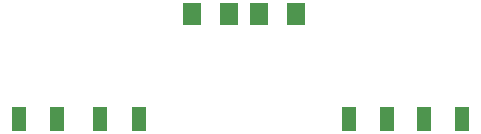
<source format=gbp>
G04 MADE WITH FRITZING*
G04 WWW.FRITZING.ORG*
G04 SINGLE SIDED*
G04 HOLES NOT PLATED*
G04 CONTOUR ON CENTER OF CONTOUR VECTOR*
%ASAXBY*%
%FSLAX23Y23*%
%MOIN*%
%OFA0B0*%
%SFA1.0B1.0*%
%ADD10R,0.062992X0.074803*%
%ADD11R,0.049208X0.078736*%
%ADD12R,0.049222X0.078736*%
%LNPASTEMASK0*%
G90*
G70*
G54D10*
X1097Y1108D03*
X975Y1108D03*
X874Y1108D03*
X752Y1108D03*
G54D11*
X1652Y758D03*
G54D12*
X1524Y758D03*
G54D11*
X1402Y758D03*
G54D12*
X1274Y758D03*
G54D11*
X174Y758D03*
G54D12*
X302Y758D03*
G54D11*
X446Y758D03*
G54D12*
X574Y758D03*
G04 End of PasteMask0*
M02*
</source>
